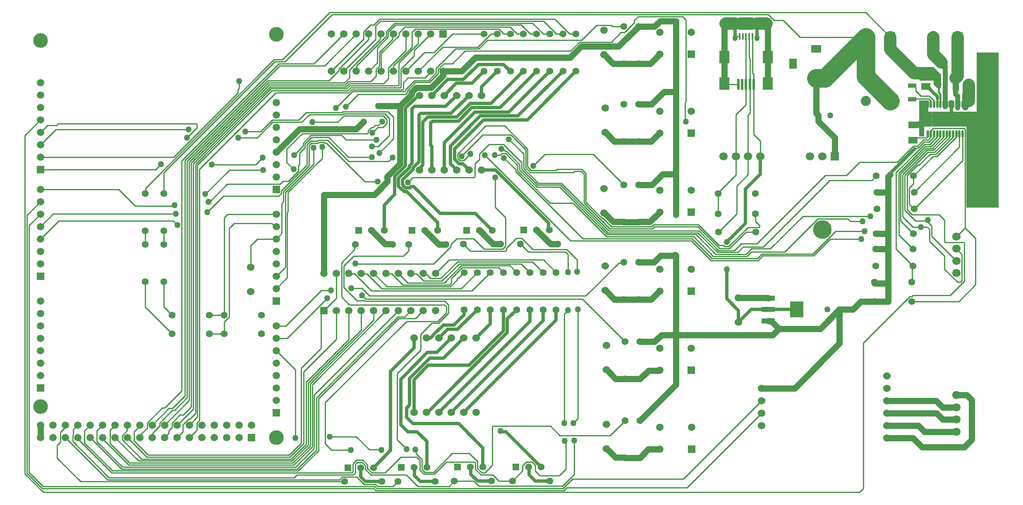
<source format=gtl>
G04*
G04 #@! TF.GenerationSoftware,Altium Limited,Altium Designer,19.0.10 (269)*
G04*
G04 Layer_Physical_Order=1*
G04 Layer_Color=255*
%FSLAX25Y25*%
%MOIN*%
G70*
G01*
G75*
%ADD11C,0.01000*%
%ADD47R,0.07480X0.05315*%
%ADD48R,0.06693X0.03740*%
%ADD49O,0.01772X0.06299*%
%ADD50R,0.20709X0.12008*%
%ADD51R,0.10630X0.03937*%
%ADD52R,0.10630X0.12992*%
%ADD53R,0.01968X0.08858*%
%ADD54R,0.07874X0.09843*%
%ADD55R,0.01575X0.05315*%
%ADD56R,0.07087X0.07480*%
%ADD57C,0.05000*%
%ADD58C,0.02500*%
%ADD59C,0.10000*%
%ADD60C,0.01500*%
%ADD61C,0.04000*%
%ADD62C,0.15000*%
%ADD63R,0.06201X0.07480*%
%ADD64R,0.06201X0.07480*%
%ADD65R,0.05906X0.05906*%
%ADD66C,0.05906*%
%ADD67R,0.05906X0.05906*%
%ADD68C,0.05512*%
%ADD69C,0.06000*%
%ADD70C,0.15000*%
%ADD71C,0.06693*%
%ADD72R,0.06693X0.06693*%
%ADD73C,0.04921*%
%ADD74R,0.05512X0.05512*%
%ADD75R,0.08071X0.08071*%
%ADD76C,0.08071*%
%ADD77O,0.04134X0.04921*%
%ADD78O,0.04724X0.07480*%
%ADD79R,0.05906X0.08268*%
%ADD80R,0.08268X0.05906*%
%ADD81C,0.11811*%
%ADD82C,0.05000*%
%ADD83C,0.01968*%
G36*
X894000Y332500D02*
X868182D01*
Y395439D01*
X868182Y395439D01*
X868097Y395869D01*
X868000Y396013D01*
Y398000D01*
X861534D01*
X861267Y398500D01*
X861530Y398895D01*
X861585Y399169D01*
X859661D01*
Y400169D01*
X861585D01*
X861530Y400444D01*
X861092Y401100D01*
X860436Y401538D01*
X860228Y401580D01*
Y402090D01*
X860436Y402131D01*
X861092Y402569D01*
X861530Y403226D01*
X861585Y403500D01*
X859661D01*
Y404500D01*
X861585D01*
X861530Y404774D01*
X861092Y405431D01*
X860436Y405869D01*
X860228Y405910D01*
Y406420D01*
X860436Y406462D01*
X861092Y406900D01*
X861530Y407556D01*
X861585Y407831D01*
X859661D01*
Y408831D01*
X861585D01*
X861530Y409105D01*
X861267Y409500D01*
X861534Y410000D01*
X876500D01*
Y457500D01*
X894000D01*
Y332500D01*
D02*
G37*
G36*
X837500Y418919D02*
Y410000D01*
X840466D01*
X840734Y409500D01*
X840469Y409105D01*
X840415Y408831D01*
X842339D01*
Y407831D01*
X840415D01*
X840469Y407556D01*
X840908Y406900D01*
X841564Y406462D01*
X841772Y406420D01*
Y405910D01*
X841564Y405869D01*
X840908Y405431D01*
X840469Y404774D01*
X840415Y404500D01*
X842339D01*
Y403500D01*
X840415D01*
X840469Y403226D01*
X840908Y402569D01*
X841564Y402131D01*
X841772Y402090D01*
Y401580D01*
X841564Y401538D01*
X840908Y401100D01*
X840469Y400444D01*
X840415Y400169D01*
X842339D01*
Y399169D01*
X840415D01*
X840469Y398895D01*
X840734Y398500D01*
X840466Y398000D01*
X834000D01*
Y389980D01*
X830000D01*
Y419000D01*
X837419D01*
X837500Y418919D01*
D02*
G37*
G36*
X847792Y439788D02*
Y428950D01*
X844713D01*
X841688Y431975D01*
Y434777D01*
X830292D01*
Y445950D01*
X841631D01*
X847792Y439788D01*
D02*
G37*
D11*
X162000Y147237D02*
Y147334D01*
X543113Y106262D02*
X550851Y114000D01*
X543776Y104662D02*
X546026Y106911D01*
X392180Y104662D02*
X543776D01*
X124438Y103062D02*
X781976D01*
X451208Y108000D02*
X455306Y112098D01*
X426000Y108000D02*
X451208D01*
X416826Y117174D02*
X426000Y108000D01*
X781976Y103062D02*
X785000Y106086D01*
X109500Y118000D02*
X124438Y103062D01*
X390674Y106168D02*
X392180Y104662D01*
X381484Y106168D02*
X390674D01*
X381389Y106262D02*
X381484Y106168D01*
X392843Y106262D02*
X543113D01*
X391337Y107768D02*
X392843Y106262D01*
X382146Y107768D02*
X391337D01*
X382052Y107862D02*
X382146Y107768D01*
X392000Y109368D02*
X393506Y107862D01*
X405989D01*
X410028Y111901D01*
X382809Y109368D02*
X392000D01*
X376603Y115574D02*
X382809Y109368D01*
X365191Y115574D02*
X376603D01*
X388361Y117174D02*
X416826D01*
X383870Y121665D02*
X388361Y117174D01*
X381396Y127072D02*
X383870Y124597D01*
Y121665D02*
Y124597D01*
X399573Y118773D02*
X412300Y131500D01*
X389024Y118773D02*
X399573D01*
X385470Y122327D02*
X389024Y118773D01*
X385470Y122327D02*
Y125260D01*
X376586Y129086D02*
X381644D01*
X376924Y127072D02*
X381396D01*
X381644Y129086D02*
X385470Y125260D01*
X375614Y125761D02*
X376924Y127072D01*
X375614Y118898D02*
Y125761D01*
X373889Y117174D02*
X375614Y118898D01*
X424656Y134107D02*
X429394Y129368D01*
X424656Y134107D02*
Y136735D01*
X423890Y137500D02*
X424656Y136735D01*
X396600Y137500D02*
X396800Y137300D01*
X387000Y137500D02*
X396600D01*
X109500Y390834D02*
X122000Y403334D01*
X550851Y114000D02*
X640000D01*
X124164Y107862D02*
X382052D01*
X123501Y106262D02*
X381389D01*
X328699Y117174D02*
X373889D01*
X373634Y126134D02*
X376586Y129086D01*
X373634Y119789D02*
Y126134D01*
X373226Y119381D02*
X373634Y119789D01*
X373226Y118773D02*
Y119381D01*
X546026Y106911D02*
X642911D01*
X111100Y118663D02*
X123501Y106262D01*
X111100Y118663D02*
Y326434D01*
X109500Y118000D02*
Y390834D01*
X111100Y326434D02*
X122000Y337334D01*
X542831Y108242D02*
X552000Y117411D01*
X474934Y108242D02*
X542831D01*
X471078Y112098D02*
X474934Y108242D01*
X545500Y122000D02*
Y143500D01*
X540000Y116500D02*
X545500Y122000D01*
X524500Y116500D02*
X540000D01*
X520733Y120267D02*
X524500Y116500D01*
X520733Y120267D02*
Y125000D01*
X518327Y127406D02*
X520733Y125000D01*
X513491Y127406D02*
X518327D01*
X510500Y124414D02*
X513491Y127406D01*
X510500Y120461D02*
Y124414D01*
X502306Y112267D02*
X510500Y120461D01*
X112700Y119325D02*
X124164Y107862D01*
X375787Y287500D02*
X375801D01*
X376000Y287301D01*
X438674D01*
X374500Y293500D02*
X414300D01*
X418787Y297987D01*
X366447Y285447D02*
X374500Y293500D01*
X418787Y297987D02*
Y302866D01*
X364553Y288077D02*
X375191Y298715D01*
X364553Y260447D02*
Y288077D01*
X375191Y298715D02*
Y302376D01*
X375787Y302971D01*
X366447Y268153D02*
Y285447D01*
X320834Y276167D02*
Y328500D01*
X312000Y267334D02*
X320834Y276167D01*
X319234Y284567D02*
Y329163D01*
X366447Y268153D02*
X377000Y257600D01*
X438674Y287301D02*
X452643Y301269D01*
Y302743D01*
X457400Y307500D01*
X471139D01*
X479460Y299179D01*
X494384D01*
X496643Y301437D01*
Y324606D01*
X488500Y332749D02*
X496643Y324606D01*
X488500Y332749D02*
Y357000D01*
X497500Y300032D02*
X505468Y308000D01*
X509548D01*
X497500Y298086D02*
Y300032D01*
X480000Y375000D02*
X549056Y305944D01*
X646293D01*
X483509Y383600D02*
X494991D01*
X540888Y350729D02*
X579273Y312344D01*
X478509Y391100D02*
X500991D01*
X541551Y352329D02*
X579936Y313944D01*
X540226Y349129D02*
X578611Y310744D01*
X558933Y307544D02*
X646956D01*
X519000Y366145D02*
X528347Y375491D01*
X558163Y363600D02*
X561500Y360263D01*
X538364Y363600D02*
X558163D01*
X537308Y362545D02*
X538364Y363600D01*
X517509Y362545D02*
X537308D01*
X514499Y365555D02*
X517509Y362545D01*
X514499Y365555D02*
Y379855D01*
X495946Y398408D02*
X514499Y379855D01*
X480817Y398408D02*
X495946D01*
X551370Y360945D02*
X552425Y362000D01*
X516846Y360945D02*
X551370D01*
X512899Y364892D02*
X516846Y360945D01*
X512899Y364892D02*
Y379192D01*
X500991Y391100D02*
X512899Y379192D01*
X523199Y352329D02*
X541551D01*
X511299Y364229D02*
X523199Y352329D01*
X511299Y364229D02*
Y375701D01*
X499500Y387500D02*
X511299Y375701D01*
X522536Y350729D02*
X540888D01*
X509699Y363566D02*
X522536Y350729D01*
X509699Y363566D02*
Y368892D01*
X494991Y383600D02*
X509699Y368892D01*
X521873Y349129D02*
X540226D01*
X508099Y362904D02*
X521873Y349129D01*
X508099Y362904D02*
Y367255D01*
X497654Y377700D02*
X508099Y367255D01*
X496857Y377700D02*
X497654D01*
X494557Y380000D02*
X496857Y377700D01*
X493500Y380000D02*
X494557D01*
X532648Y336092D02*
X551000D01*
X506499Y362241D02*
X532648Y336092D01*
X506499Y362241D02*
Y366592D01*
X496991Y376100D02*
X506499Y366592D01*
X493587Y376100D02*
X496991D01*
X492487Y375000D02*
X493587Y376100D01*
X488000Y375000D02*
X492487D01*
X504899Y361578D02*
X558933Y307544D01*
X504899Y361578D02*
Y363101D01*
X495500Y372500D02*
X504899Y363101D01*
X561500Y336906D02*
Y360263D01*
X457900Y375491D02*
X480817Y398408D01*
X468321Y374000D02*
Y375089D01*
Y375821D01*
X467681Y375089D02*
X468321D01*
X551000Y336092D02*
X577948Y309144D01*
X472031Y367759D02*
X475773Y371500D01*
Y375864D02*
X483509Y383600D01*
X472031Y357586D02*
Y367759D01*
X475773Y371500D02*
Y375864D01*
X461500Y374091D02*
X478509Y391100D01*
X552425Y362000D02*
X557500D01*
X528347Y375491D02*
X567509D01*
X592000Y351000D01*
X368228Y387334D02*
X392689D01*
X364861Y390700D02*
X368228Y387334D01*
X389500Y393000D02*
X393637Y397137D01*
X385900Y394491D02*
X388743Y397334D01*
X385900Y392886D02*
Y394491D01*
X385314Y392300D02*
X385900Y392886D01*
X388743Y397334D02*
X390116D01*
X332886Y392300D02*
X385314D01*
X389169Y382000D02*
X394091D01*
X468321Y375821D02*
X468500Y376000D01*
X390116Y397334D02*
X391519Y398737D01*
X394091Y382000D02*
X403000Y390909D01*
X391519Y398737D02*
X394165D01*
X393637Y397137D02*
X397656D01*
X394165Y398737D02*
X397427Y402000D01*
X457900Y372509D02*
Y375491D01*
X312000Y307334D02*
X316400Y311734D01*
Y336000D01*
X317653Y337253D01*
X312000Y277334D02*
X319234Y284567D01*
X256500Y329000D02*
X269213Y341713D01*
X317653Y337253D02*
Y345464D01*
X316053Y346127D02*
X336774Y366848D01*
X313840Y341713D02*
X316053Y343925D01*
X269213Y341713D02*
X313840D01*
X319253Y329182D02*
Y344801D01*
X319234Y329163D02*
X319253Y329182D01*
X324026Y349574D02*
X342000Y367549D01*
X319253Y344801D02*
X324026Y349574D01*
X316053Y343925D02*
Y346127D01*
X349000Y372286D02*
Y381500D01*
X342000Y367549D02*
Y381000D01*
X317653Y345464D02*
X338374Y366185D01*
Y367287D01*
X338400Y367313D01*
X321500Y344786D02*
X349000Y372286D01*
X321500Y329166D02*
Y344786D01*
X329600Y361937D02*
Y366100D01*
X321663Y354000D02*
X329600Y361937D01*
X320500Y368928D02*
X326000Y363428D01*
X336774Y366848D02*
Y383128D01*
X317500Y354000D02*
X321663D01*
X338400Y367313D02*
Y382491D01*
X336774Y383128D02*
X339846Y386200D01*
X333574Y382074D02*
Y384453D01*
X339821Y390700D02*
X364861D01*
X335174Y380900D02*
Y383790D01*
X340483Y389100D02*
X354400D01*
X353300Y386700D02*
X370266Y369734D01*
X335174Y383790D02*
X340483Y389100D01*
X338400Y382491D02*
X340509Y384600D01*
X345913D01*
X346413Y385100D01*
X350491D01*
X351091Y384500D01*
X352500D01*
X333574Y384453D02*
X339821Y390700D01*
X345750Y386700D02*
X353300D01*
X345250Y386200D02*
X345750Y386700D01*
X339846Y386200D02*
X345250D01*
X352500Y384500D02*
X383500Y353500D01*
X393637D01*
X320834Y328500D02*
X321500Y329166D01*
X417966Y353000D02*
X421966Y357000D01*
X471446D01*
X472031Y357586D01*
X122000Y307334D02*
X136666Y322000D01*
X228711D01*
X232211Y318500D01*
X122000Y317334D02*
X132166Y327500D01*
X231000D01*
X235811Y184920D02*
Y370150D01*
X314189Y448528D01*
X222147Y171256D02*
X235811Y184920D01*
X330785Y367285D02*
Y376512D01*
X329600Y366100D02*
X330785Y367285D01*
X370266Y369734D02*
X402521D01*
X341000Y401500D02*
X361500D01*
X366600Y406600D01*
X354400Y389100D02*
X370166Y373334D01*
X402521Y369734D02*
X405787Y373000D01*
X460009Y370400D02*
X462991D01*
X467681Y375089D01*
X461500Y374000D02*
Y374091D01*
X457900Y372509D02*
X460009Y370400D01*
X559900Y336243D02*
Y359600D01*
X557500Y362000D02*
X559900Y359600D01*
X561500Y336906D02*
X574587Y323818D01*
X559900Y336243D02*
X580599Y315544D01*
X258332Y337208D02*
X272511Y351386D01*
X257500Y337208D02*
X258332D01*
X314886Y351386D02*
X317500Y354000D01*
X272511Y351386D02*
X314886D01*
X330785Y376512D02*
X335174Y380900D01*
X326500Y375000D02*
X333574Y382074D01*
X320500Y379914D02*
X332886Y392300D01*
X370166Y373334D02*
X389169D01*
X368000Y414000D02*
X378000Y424000D01*
X416172D01*
X417552Y425381D01*
X399214Y408200D02*
X403000Y404414D01*
X402114Y409800D02*
X406500Y405414D01*
X246900Y367663D02*
X307637Y428400D01*
X248500Y367000D02*
X308300Y426800D01*
X250100Y363428D02*
X311872Y425200D01*
X370150D02*
X372593Y427643D01*
X311872Y425200D02*
X370150D01*
X369487Y426800D02*
X371930Y429243D01*
X308300Y426800D02*
X369487D01*
X366836Y433200D02*
X371000Y437364D01*
X410261Y430843D02*
X410847Y431429D01*
X371268Y430843D02*
X410261D01*
X368824Y428400D02*
X371268Y430843D01*
X307637Y428400D02*
X368824D01*
X411861Y429243D02*
X412447Y429829D01*
X371930Y429243D02*
X411861D01*
X413766Y427643D02*
X414352Y428229D01*
X372593Y427643D02*
X413766D01*
X365275Y409800D02*
X402114D01*
X364662Y409188D02*
X365275Y409800D01*
X335888Y409188D02*
X364662D01*
X365937Y408200D02*
X399214D01*
X365325Y407588D02*
X365937Y408200D01*
X338588Y407588D02*
X365325D01*
X414352Y428229D02*
Y433352D01*
X412447Y429829D02*
Y444179D01*
X410847Y431429D02*
Y434447D01*
X371000Y437364D02*
Y443531D01*
X329981Y403281D02*
X335888Y409188D01*
X332450Y401450D02*
X338588Y407588D01*
X360000Y412788D02*
X373256Y426043D01*
X415952D01*
X305649Y433200D02*
X366836D01*
X388043Y434043D02*
X392447Y438447D01*
X369942Y434043D02*
X388043D01*
X367499Y431600D02*
X369942Y434043D01*
X306312Y431600D02*
X367499D01*
X398396Y432443D02*
X402447Y436494D01*
X370605Y432443D02*
X398396D01*
X368161Y430000D02*
X370605Y432443D01*
X306975Y430000D02*
X368161D01*
X366600Y406600D02*
X398000D01*
X401027Y403573D01*
X309050Y401450D02*
X332450D01*
X296600Y389000D02*
X309050Y401450D01*
X281500Y389000D02*
X296600D01*
X229425Y373334D02*
X281000Y424909D01*
X206610Y348256D02*
X310082Y451728D01*
X221500Y360883D02*
X310744Y450128D01*
X238500Y370576D02*
X314851Y446928D01*
X240200Y370014D02*
X304986Y434800D01*
X241800Y369351D02*
X305649Y433200D01*
X243400Y368688D02*
X306312Y431600D01*
X245000Y368025D02*
X306975Y430000D01*
X287000Y393979D02*
X299316D01*
X260000Y367334D02*
X295334D01*
X274231Y363000D02*
X301500D01*
X254731Y343500D02*
X274231Y363000D01*
X250100Y161165D02*
Y363428D01*
X310082Y451728D02*
X317000D01*
X241800Y177134D02*
Y369351D01*
X238500Y181000D02*
Y370576D01*
X248500Y163834D02*
Y367000D01*
X243400Y171900D02*
Y368688D01*
X221500Y344000D02*
Y360883D01*
X240200Y179500D02*
Y370014D01*
X245000Y170334D02*
Y368025D01*
X357200Y488200D02*
X708391D01*
X299316Y393979D02*
X308618Y403281D01*
X206500Y344000D02*
X206610Y344110D01*
X246900Y167000D02*
Y367663D01*
X314189Y448528D02*
X342528D01*
X355072Y489800D02*
X787043D01*
X314851Y446928D02*
X350928D01*
X304986Y434800D02*
X354532D01*
X295334Y367334D02*
X301000Y373000D01*
X122000Y373334D02*
X229425D01*
X308618Y403281D02*
X329981D01*
X317000Y451728D02*
X355072Y489800D01*
X319128Y450128D02*
X357200Y488200D01*
X310744Y450128D02*
X319128D01*
X206610Y344110D02*
Y348256D01*
X198500Y334000D02*
X230000D01*
X401027Y400509D02*
Y403573D01*
X397656Y397137D02*
X401027Y400509D01*
X403000Y390909D02*
Y404414D01*
X320500Y368928D02*
Y379914D01*
X230000Y334000D02*
Y334500D01*
X185166Y347334D02*
X198500Y334000D01*
X122000Y347334D02*
X185166D01*
X214834Y363334D02*
X219000Y367500D01*
X122000Y363334D02*
X214834D01*
X281000Y424909D02*
Y427600D01*
X282000Y428600D01*
Y434500D01*
X122000Y393334D02*
X127648Y398981D01*
X135000D01*
X136104Y400086D01*
X247414D01*
X248000Y399500D01*
Y396951D02*
Y399500D01*
X240049Y389000D02*
X248000Y396951D01*
X240000Y389000D02*
X240049D01*
X406500Y388100D02*
Y405414D01*
X394900Y376500D02*
X406500Y388100D01*
X122000Y383334D02*
X134208Y395542D01*
X241500D01*
X836200Y321800D02*
X840000Y318000D01*
X580599Y315544D02*
X614998D01*
X616598Y317144D01*
X579936Y313944D02*
X652556D01*
X579273Y312344D02*
X651656D01*
X578611Y310744D02*
X650256D01*
X577948Y309144D02*
X648256D01*
X652556Y313944D02*
X668491Y298009D01*
X651656Y312344D02*
X667591Y296409D01*
X650256Y310744D02*
X666191Y294809D01*
X648256Y309144D02*
X664191Y293209D01*
X646956Y307544D02*
X662891Y291609D01*
X646293Y305944D02*
X662229Y290009D01*
X616598Y317144D02*
X651693D01*
X669229Y299609D01*
X677154D01*
X690361Y312815D01*
X736237Y325500D02*
X790615D01*
X686667Y303500D02*
X699351D01*
X681176Y298009D02*
X686667Y303500D01*
X668491Y298009D02*
X681176D01*
X688341Y301000D02*
X704500D01*
X683750Y296409D02*
X688341Y301000D01*
X667591Y296409D02*
X683750D01*
X710137Y299400D02*
X736237Y325500D01*
X695075Y299400D02*
X710137D01*
X690484Y294809D02*
X695075Y299400D01*
X666191Y294809D02*
X690484D01*
X694838Y296900D02*
X721793D01*
X691147Y293209D02*
X694838Y296900D01*
X664191Y293209D02*
X691147D01*
X703537Y295300D02*
X744517D01*
X699846Y291609D02*
X703537Y295300D01*
X662891Y291609D02*
X699846D01*
X690361Y312815D02*
X698347D01*
X700509Y290009D02*
X704200Y293700D01*
X662229Y290009D02*
X700509D01*
X574587Y323818D02*
X575444D01*
X582119Y317144D01*
X614335D01*
X616191Y319000D01*
X652100D01*
X668817Y302283D01*
X672434D01*
X673509Y301209D01*
X676491D01*
X691954Y316671D01*
X700829D01*
X701414Y317257D01*
Y318086D01*
X697887Y321613D02*
X701414Y318086D01*
X697887Y321613D02*
Y327484D01*
X745180Y293700D02*
X758516Y307036D01*
X783500D01*
X762717Y313500D02*
X786134D01*
X744517Y295300D02*
X762717Y313500D01*
X774563Y321437D02*
X784500D01*
X772455Y323545D02*
X774563Y321437D01*
X748438Y323545D02*
X772455D01*
X415952Y427681D02*
X423272Y435000D01*
X417552Y425381D02*
Y427018D01*
X415952Y426043D02*
Y427681D01*
X417552Y427018D02*
X423934Y433400D01*
X704200Y293700D02*
X745180D01*
X721793Y296900D02*
X748438Y323545D01*
X704500Y301000D02*
X758000Y354500D01*
X791952D01*
X795500Y358048D01*
X699351Y303500D02*
X754351Y358500D01*
X771500D01*
X782081Y369081D01*
X812257D01*
X825000Y317000D02*
X831500D01*
X836500D01*
X836300Y321800D02*
X837000Y322500D01*
X836200Y321800D02*
X836300D01*
X827200D02*
X836200D01*
X818400Y330600D02*
X827200Y321800D01*
X840000Y309587D02*
Y318000D01*
X850500Y305086D02*
Y322500D01*
X846000Y327000D02*
X850500Y322500D01*
X824500Y327000D02*
X846000D01*
X836500Y317000D02*
X838400Y315100D01*
X816800Y325200D02*
X825000Y317000D01*
X820500Y331000D02*
X824500Y327000D01*
X826756Y375933D02*
X834332Y383509D01*
X826617Y375933D02*
X826756D01*
X811500Y360815D02*
X826617Y375933D01*
X811500Y299048D02*
Y360815D01*
X827419Y374332D02*
X834995Y381909D01*
X827280Y374332D02*
X827419D01*
X813600Y360652D02*
X827280Y374332D01*
X813600Y310448D02*
Y360652D01*
X828081Y372732D02*
X835658Y380309D01*
X827943Y372732D02*
X828081D01*
X815200Y359990D02*
X827943Y372732D01*
X815200Y321800D02*
Y359990D01*
X828744Y371132D02*
X836320Y378709D01*
X828606Y371132D02*
X828744D01*
X816800Y359327D02*
X828606Y371132D01*
X816800Y325200D02*
Y359327D01*
X829407Y369532D02*
X836983Y377109D01*
X829268Y369532D02*
X829407D01*
X818400Y358664D02*
X829268Y369532D01*
X818400Y330600D02*
Y358664D01*
X828749Y366751D02*
X829854D01*
X820500Y358501D02*
X828749Y366751D01*
X820500Y331000D02*
Y358501D01*
X829015Y380500D02*
X834015Y385500D01*
X836320Y378709D02*
X841509D01*
X836983Y377109D02*
X842468D01*
X834332Y383509D02*
X838632D01*
X835658Y380309D02*
X840550D01*
X834015Y385500D02*
X838064D01*
X834995Y381909D02*
X839591D01*
X827000Y380500D02*
X829015D01*
X496914Y297500D02*
X497500Y298086D01*
X468321Y297500D02*
X496914D01*
X641500Y402500D02*
X642000Y402000D01*
X641500Y402500D02*
Y417334D01*
X642000Y417834D01*
Y484000D01*
X639400Y486600D02*
X642000Y484000D01*
X787043Y489800D02*
X806843Y470000D01*
X708391Y488200D02*
X713091Y483500D01*
X603686Y486600D02*
X639400D01*
X600500Y483414D02*
X603686Y486600D01*
X600500Y481588D02*
Y483414D01*
X592618Y473706D02*
X600500Y481588D01*
X589738Y473706D02*
X592618D01*
X582031Y466000D02*
X589738Y473706D01*
X556220Y466000D02*
X582031D01*
X549045Y458825D02*
X556220Y466000D01*
X464127Y458825D02*
X549045D01*
X453961Y448659D02*
X464127Y458825D01*
X446928Y448659D02*
X453961D01*
X456431Y460426D02*
X475141D01*
X442447Y444179D02*
X446928Y448659D01*
X442447Y440453D02*
Y444179D01*
X440847Y444841D02*
X456431Y460426D01*
X440847Y441116D02*
Y444841D01*
X414352Y433352D02*
X418148Y437148D01*
X423272Y435000D02*
X434731D01*
X435394Y433400D02*
X442447Y440453D01*
X423934Y433400D02*
X435394D01*
X434731Y435000D02*
X440847Y441116D01*
X296834Y307334D02*
X312000D01*
X291500Y302000D02*
X296834Y307334D01*
X291500Y284500D02*
Y302000D01*
X475141Y460426D02*
X482316Y467600D01*
X558100D01*
X570030Y479530D01*
X582046D01*
X583035Y478541D01*
X592000D01*
X561500Y261500D02*
X587873Y287873D01*
X591462D01*
X592129Y288541D01*
X387000Y261500D02*
X561500D01*
X381000Y267500D02*
X387000Y261500D01*
X372402Y267500D02*
X381000D01*
X383470Y257267D02*
X447810D01*
X383137Y257600D02*
X383470Y257267D01*
X377000Y257600D02*
X383137D01*
X370643Y254357D02*
X447357D01*
X449000Y252714D01*
X447810Y257267D02*
X450763Y254314D01*
X364553Y260447D02*
X370643Y254357D01*
X348500Y266000D02*
X356157D01*
X319834Y237334D02*
X348500Y266000D01*
X312000Y237334D02*
X319834D01*
X312000Y227334D02*
X320834D01*
X353000Y259500D01*
X360500D02*
Y279500D01*
X350500Y249500D02*
X360500Y259500D01*
X348047Y247047D02*
X350500Y249500D01*
X558633Y258867D02*
X561000Y256500D01*
X384133Y258867D02*
X558633D01*
X381000Y262000D02*
X384133Y258867D01*
X449000Y248000D02*
Y252714D01*
X450763Y247500D02*
Y254314D01*
X442000Y241000D02*
X449000Y248000D01*
X561000Y256500D02*
X561041D01*
X593000Y224541D01*
X552000Y117411D02*
Y145000D01*
X551500Y159000D02*
X555000Y162500D01*
Y250500D01*
X554500Y280912D02*
Y290500D01*
X544914Y297000D02*
X547000Y294914D01*
Y280500D02*
Y294914D01*
X544000Y246900D02*
X547100Y250000D01*
X544000Y159000D02*
Y246900D01*
X540500Y149000D02*
X581000D01*
X593000Y161000D01*
X533000Y156500D02*
X540500Y149000D01*
X544500Y144500D02*
X545500Y143500D01*
X546000Y299000D02*
X554500Y290500D01*
X515004Y297000D02*
X544914D01*
X486586Y156500D02*
X533000D01*
X486000Y155914D02*
X486586Y156500D01*
X486000Y124731D02*
Y155914D01*
X480000Y118731D02*
X486000Y124731D01*
X477725Y118731D02*
X480000D01*
X474100Y122356D02*
X477725Y118731D01*
X477062Y117131D02*
X486361D01*
X472500Y121693D02*
Y127500D01*
X474100Y122356D02*
Y128163D01*
X470931Y131331D02*
X474100Y128163D01*
X470669Y131331D02*
X470931D01*
X467500Y134500D02*
X470669Y131331D01*
X472500Y121693D02*
X477062Y117131D01*
X449000Y127500D02*
X472500D01*
X439227Y117727D02*
X449000Y127500D01*
X453737Y134500D02*
X467500D01*
X438564Y119327D02*
X453737Y134500D01*
X455306Y112098D02*
X471078D01*
X430991Y117727D02*
X439227D01*
X427795Y120923D02*
Y128706D01*
X431653Y119327D02*
X438564D01*
X429394Y121586D02*
X431653Y119327D01*
X427795Y120923D02*
X430991Y117727D01*
X429394Y121586D02*
Y129368D01*
X425000Y131500D02*
X427795Y128706D01*
X376500Y148000D02*
X387000Y137500D01*
X355000Y148000D02*
X376500D01*
X351400Y175372D02*
X417028Y241000D01*
X351400Y142147D02*
Y175372D01*
Y142147D02*
X356310Y137237D01*
X372000D01*
X344300Y179033D02*
X409917Y244650D01*
X345900Y178370D02*
X410580Y243050D01*
X345900Y136637D02*
Y178370D01*
X344300Y137300D02*
Y179033D01*
X329636Y120373D02*
X345900Y136637D01*
X328974Y121974D02*
X344300Y137300D01*
X327500Y147000D02*
Y201834D01*
X312000Y217334D02*
X327500Y201834D01*
X348047Y219297D02*
Y247047D01*
X332000Y203250D02*
X348047Y219297D01*
X412300Y131500D02*
X425000D01*
X179464Y118773D02*
X373226D01*
X152000Y146237D02*
X179464Y118773D01*
X152000Y146237D02*
Y147334D01*
X180127Y120373D02*
X329636D01*
X187264Y121974D02*
X328974D01*
X187926Y123574D02*
X327573D01*
X193064Y125173D02*
X326173D01*
X193727Y126774D02*
X325511D01*
X200960Y128374D02*
X324848D01*
X203526Y129973D02*
X324185D01*
X207760Y131573D02*
X323074D01*
X208826Y133174D02*
X322411D01*
X157500Y143000D02*
X180127Y120373D01*
X162000Y147237D02*
X187264Y121974D01*
X167500Y144000D02*
X187926Y123574D01*
X172000Y146237D02*
X193064Y125173D01*
X177947Y142553D02*
X193727Y126774D01*
X182000Y147334D02*
X200960Y128374D01*
X187914Y145586D02*
X203526Y129973D01*
X192000Y147334D02*
X207760Y131573D01*
X197500Y144500D02*
X208826Y133174D01*
X322411D02*
X332000Y142763D01*
X323074Y131573D02*
X334000Y142500D01*
X324185Y129973D02*
X336000Y141788D01*
X324848Y128374D02*
X337700Y141226D01*
X325511Y126774D02*
X339300Y140563D01*
X326173Y125173D02*
X340900Y139900D01*
X327573Y123574D02*
X342500Y138500D01*
X326443Y114918D02*
X328699Y117174D01*
X177082Y114918D02*
X326443D01*
X362935Y113318D02*
X365191Y115574D01*
X176016Y113318D02*
X362935D01*
X154282Y111718D02*
X367028D01*
X147947Y144053D02*
X177082Y114918D01*
X142000Y147334D02*
X176016Y113318D01*
X135500Y130500D02*
X154282Y111718D01*
X167500Y144000D02*
Y152834D01*
X147947Y144053D02*
Y149012D01*
X148500Y149565D01*
Y153834D01*
X152000Y157334D01*
X157500Y143000D02*
Y152834D01*
X162000Y157334D01*
X135500Y130500D02*
Y141000D01*
X137947Y143447D01*
Y151386D01*
X141061Y154501D01*
Y156395D01*
X142000Y157334D01*
X486361Y117131D02*
X491225Y112267D01*
X502306D01*
X442663Y239400D02*
X450763Y247500D01*
X437339Y239400D02*
X442663D01*
X428500Y230561D02*
X437339Y239400D01*
X428500Y218000D02*
Y230561D01*
X409500Y199000D02*
X428500Y218000D01*
X409500Y145500D02*
Y199000D01*
Y145500D02*
X417000Y138000D01*
X417028Y241000D02*
X442000D01*
X410580Y243050D02*
X424050D01*
X409917Y244650D02*
X415650D01*
X420500Y249500D01*
X424050Y243050D02*
X430500Y249500D01*
X469755Y265500D02*
X484500Y280245D01*
X388769Y265500D02*
X469755D01*
X462787Y303034D02*
X468321Y297500D01*
X509548Y308000D02*
X518548Y299000D01*
X546000D01*
X508787Y303218D02*
X515004Y297000D01*
X167500Y152834D02*
X172000Y157334D01*
Y146237D02*
Y147334D01*
X177947Y142553D02*
Y153281D01*
X182000Y157334D01*
X187914Y145586D02*
Y148979D01*
X191816Y152881D01*
Y157150D01*
X192000Y157334D01*
X197500Y151964D02*
X202000Y156464D01*
Y157334D01*
X197500Y144500D02*
Y151964D01*
X334000Y142500D02*
Y200086D01*
X336000Y141788D02*
Y191788D01*
X339300Y140563D02*
Y190563D01*
X340900Y139900D02*
Y189900D01*
X337700Y141226D02*
Y191226D01*
X332000Y142763D02*
Y203250D01*
X236630Y157695D02*
X241282Y162348D01*
X236630Y151964D02*
Y157695D01*
X241282Y162348D02*
X242248D01*
X232000Y147334D02*
X236630Y151964D01*
X242248Y162348D02*
X246900Y167000D01*
X342500Y181500D02*
X410500Y249500D01*
X342500Y138500D02*
Y181500D01*
X334000Y200086D02*
X360500Y226586D01*
Y249500D01*
X336000Y191788D02*
X370500Y226288D01*
Y249500D01*
X337700Y191226D02*
X380500Y234026D01*
Y249500D01*
X339300Y190563D02*
X390500Y241763D01*
Y249500D01*
X340900Y189900D02*
X400500Y249500D01*
X212500Y147834D02*
Y151000D01*
X217947Y156447D01*
X212000Y147334D02*
X212500Y147834D01*
X207947Y154947D02*
Y159012D01*
X220191Y171256D01*
X202000Y147334D02*
Y148661D01*
X203500Y150500D02*
X207947Y154947D01*
X202000Y148661D02*
X203500Y150161D01*
Y150500D01*
X825527Y382350D02*
X828603D01*
X833352Y387100D01*
X812257Y369081D02*
X825527Y382350D01*
X833352Y387100D02*
X837105D01*
X838911Y388906D01*
Y388946D01*
X839484Y389520D01*
Y391992D01*
X826500Y380000D02*
X827000Y380500D01*
X838612Y375509D02*
X843427D01*
X829854Y366751D02*
X838612Y375509D01*
X827157Y388858D02*
X835846D01*
X836925Y389937D01*
Y391992D01*
X825000Y386701D02*
X827157Y388858D01*
X112700Y119325D02*
Y318034D01*
X122000Y327334D01*
X640000Y114000D02*
X703000Y177000D01*
X642911Y106911D02*
X703000Y167000D01*
X785000Y106086D02*
Y223453D01*
X822403Y260856D01*
X824000D01*
X825144Y262000D01*
X855177D01*
X866500Y273323D01*
Y303914D01*
X865914Y304500D02*
X866500Y303914D01*
X851086Y304500D02*
X865914D01*
X850500Y305086D02*
X851086Y304500D01*
X813600Y310448D02*
X825000Y299048D01*
X815200Y321800D02*
X825500Y311500D01*
X843427Y375509D02*
X856824Y388906D01*
Y388946D01*
X857398Y389520D01*
Y391992D01*
X825500Y351793D02*
Y358048D01*
X865000Y392067D02*
X865075Y391992D01*
X822144Y348437D02*
X825500Y351793D01*
X841360Y373909D02*
X844386D01*
X825500Y358048D02*
X841360Y373909D01*
X859809Y389331D02*
Y391845D01*
X859957Y391992D01*
X844386Y373909D02*
X859809Y389331D01*
X278000Y320000D02*
X308369D01*
X311035Y317334D01*
X312000D01*
X274000Y316000D02*
X278000Y320000D01*
X274000Y244547D02*
Y316000D01*
X270000Y240547D02*
X274000Y244547D01*
X270000Y231000D02*
Y240547D01*
Y324500D02*
X272834Y327334D01*
X312000D01*
X270000Y246000D02*
Y324500D01*
X258000Y231000D02*
X270000D01*
X258000Y246000D02*
X270000D01*
X206500Y252500D02*
X228000Y231000D01*
X206500Y252500D02*
Y273000D01*
X221500Y252500D02*
X228000Y246000D01*
X221500Y252500D02*
Y273000D01*
Y303000D02*
Y314000D01*
X206500Y303000D02*
Y314000D01*
X713091Y483500D02*
X720500D01*
X734000Y470000D01*
X787157D01*
X431773Y437148D02*
X436500Y441876D01*
Y442500D01*
X418148Y437148D02*
X431773D01*
X824500Y285048D02*
X825000Y285548D01*
X824500Y273048D02*
Y285048D01*
X824000Y272548D02*
X824500Y273048D01*
X838632Y383509D02*
X844029Y388906D01*
X839591Y381909D02*
X846588Y388906D01*
X840550Y380309D02*
X849147Y388906D01*
X841509Y378709D02*
X851706Y388906D01*
X842468Y377109D02*
X854265Y388906D01*
X811500Y299048D02*
X825000Y285548D01*
X374953Y279316D02*
X388769Y265500D01*
X370684Y279316D02*
X374953D01*
X370500Y279500D02*
X370684Y279316D01*
X460759Y267100D02*
X473904Y280245D01*
X397168Y267100D02*
X460759D01*
X384953Y279316D02*
X397168Y267100D01*
X380684Y279316D02*
X384953D01*
X380500Y279500D02*
X380684Y279316D01*
X458142Y276000D02*
X459064D01*
X457556Y275414D02*
X458142Y276000D01*
X459064D02*
X463309Y280245D01*
X457556Y274293D02*
Y275414D01*
X451963Y268700D02*
X457556Y274293D01*
X401300Y268700D02*
X451963D01*
X390500Y279500D02*
X401300Y268700D01*
X440500Y279500D02*
X451501Y290501D01*
X527221D02*
X537477Y280245D01*
X444447Y275447D02*
X457901Y288901D01*
X518226D02*
X526882Y280245D01*
X445500Y273500D02*
X459301Y287301D01*
X509230D02*
X516286Y280245D01*
X453000Y275389D02*
X461711Y284101D01*
X491239D01*
X495095Y280245D01*
X447248Y271900D02*
X461049Y285701D01*
X500235D01*
X505691Y280245D01*
X459301Y287301D02*
X509230D01*
X457901Y288901D02*
X518226D01*
X451501Y290501D02*
X527221D01*
X453000Y272000D02*
Y275389D01*
X418100Y271900D02*
X447248D01*
X451300Y270300D02*
X453000Y272000D01*
X413969Y270300D02*
X451300D01*
X404953Y279316D02*
X413969Y270300D01*
X400684Y279316D02*
X404953D01*
X400500Y279500D02*
X400684Y279316D01*
X410500Y279500D02*
X418100Y271900D01*
X430768Y273500D02*
X445500D01*
X424953Y279316D02*
X430768Y273500D01*
X420684Y279316D02*
X424953D01*
X420500Y279500D02*
X420684Y279316D01*
X436447Y275447D02*
X444447D01*
X433333Y278561D02*
X436447Y275447D01*
X431439Y278561D02*
X433333D01*
X430500Y279500D02*
X431439Y278561D01*
X474479Y462025D02*
X484953Y472500D01*
X446026Y462025D02*
X474479D01*
X426500Y442500D02*
X446026Y462025D01*
X217947Y156447D02*
Y159012D01*
X228356Y170856D02*
X238500Y181000D01*
X225522Y170856D02*
X228356D01*
X212000Y157334D02*
X225522Y170856D01*
X220191Y171256D02*
X222147D01*
X217947Y159012D02*
X228191Y169256D01*
X342528Y448528D02*
X366500Y472500D01*
X350928Y446928D02*
X376500Y472500D01*
X222000Y157334D02*
X241800Y177134D01*
X225500Y153000D02*
X227947Y155447D01*
X225500Y150834D02*
Y153000D01*
X222000Y147334D02*
X225500Y150834D01*
X227947Y155447D02*
Y159012D01*
X234391Y165456D01*
X228191Y169256D02*
X229956D01*
X240200Y179500D01*
X354532Y434800D02*
X362447Y442716D01*
Y444179D01*
X386316Y468047D01*
Y472316D01*
X386500Y472500D01*
X234391Y165456D02*
X236956D01*
X243400Y171900D01*
X371000Y443531D02*
X395561Y468093D01*
Y471561D01*
X396500Y472500D01*
X247947Y159012D02*
X250100Y161165D01*
X242000Y157334D02*
X248500Y163834D01*
X232000Y157334D02*
X245000Y170334D01*
X393300Y461306D02*
X402153Y470159D01*
X392447Y438447D02*
Y444179D01*
X394900Y446631D01*
Y457431D01*
X405561Y468093D01*
Y471561D01*
X406500Y472500D01*
X393300Y449300D02*
Y461306D01*
X386500Y442500D02*
X393300Y449300D01*
X376684Y446953D02*
X400553Y470821D01*
X396500Y456769D02*
X410553Y470821D01*
X396500Y442500D02*
Y456769D01*
X402447Y436494D02*
Y445235D01*
X416500Y459288D01*
Y472500D01*
X247947Y153281D02*
Y159012D01*
X242000Y147334D02*
X247947Y153281D01*
X410847Y434447D02*
Y449110D01*
X426500Y464763D01*
Y472500D01*
X406500Y447025D02*
X421500Y462025D01*
X406500Y442500D02*
Y447025D01*
X421500Y462025D02*
Y473858D01*
X423100Y459100D02*
X436500Y472500D01*
X423100Y454832D02*
Y459100D01*
X412447Y444179D02*
X423100Y454832D01*
X390553Y479815D02*
X395290Y484553D01*
X388084Y479815D02*
X390553D01*
X395290Y484553D02*
X536309D01*
X382447Y468447D02*
Y474179D01*
X356500Y442500D02*
X382447Y468447D01*
Y474179D02*
X388084Y479815D01*
X408021Y479753D02*
X509405D01*
X407359Y481353D02*
X518373D01*
X392153Y468153D02*
Y479153D01*
X366500Y442500D02*
X392153Y468153D01*
X400553Y474547D02*
X407359Y481353D01*
X400553Y470821D02*
Y474547D01*
X376684Y442684D02*
Y446953D01*
X376500Y442500D02*
X376684Y442684D01*
X402153Y473884D02*
X408021Y479753D01*
X402153Y470159D02*
Y473884D01*
X392153Y479153D02*
X395953Y482953D01*
X536309Y484553D02*
X548362Y472500D01*
X553477D01*
X484953D02*
X490068D01*
X395953Y482953D02*
X527341D01*
X537794Y472500D01*
X542909D01*
X518373Y481353D02*
X527226Y472500D01*
X532341D01*
X509405Y479753D02*
X516658Y472500D01*
X521773D01*
X410553Y470821D02*
Y473053D01*
X415653Y478153D01*
X500437D01*
X506089Y472500D01*
X511204D01*
X421500Y473858D02*
X424194Y476553D01*
X491468D01*
X495521Y472500D01*
X500636D01*
X416500Y442500D02*
X431538Y457538D01*
X438999D01*
X453961Y472500D01*
X479500D01*
X673008Y432518D02*
X673500Y432026D01*
X684228D01*
X867061Y316333D02*
X875500Y307894D01*
Y270500D02*
Y307894D01*
X862000Y257000D02*
X875500Y270500D01*
X824000Y257000D02*
X862000D01*
X822144Y335356D02*
X826000Y331500D01*
X822144Y335356D02*
Y348437D01*
X838064Y385500D02*
X841470Y388906D01*
Y388946D01*
X842043Y389520D01*
Y391992D01*
X860000Y309272D02*
X867061Y316333D01*
Y395439D01*
X866000Y396500D02*
X867061Y395439D01*
X841479Y396500D02*
X866000D01*
X840057Y395078D02*
X841479Y396500D01*
X840057Y395038D02*
Y395078D01*
X839484Y394465D02*
X840057Y395038D01*
X839484Y391992D02*
Y394465D01*
X844029Y388906D02*
Y388946D01*
X844602Y389520D01*
Y391992D01*
X846588Y388906D02*
Y388946D01*
X847161Y389520D01*
Y391992D01*
X849147Y388906D02*
Y388946D01*
X849720Y389520D01*
Y391992D01*
X863414Y272500D02*
X864447Y273532D01*
Y294983D01*
X860000Y299430D02*
X864447Y294983D01*
X860957Y272500D02*
X863414D01*
X850500Y282957D02*
X860957Y272500D01*
X850500Y282957D02*
Y293500D01*
X838400Y305600D02*
X850500Y293500D01*
X838400Y305600D02*
Y315100D01*
X851706Y388906D02*
Y388946D01*
X852279Y389520D01*
Y391992D01*
X840000Y309587D02*
X860000Y289587D01*
X854265Y388906D02*
Y388946D01*
X854839Y389520D01*
Y391992D01*
X826000Y345000D02*
X862516Y381516D01*
Y391992D01*
X826000Y331500D02*
X865075Y370575D01*
Y391992D01*
X841896Y416155D02*
X842043Y416008D01*
X841896Y416155D02*
Y418669D01*
X838103Y422461D02*
X841896Y418669D01*
X831304Y422461D02*
X838103D01*
X827347Y426419D02*
X831304Y422461D01*
X827347Y426419D02*
Y429642D01*
X825976Y431012D02*
X827347Y429642D01*
X824500Y431012D02*
X825976D01*
X839337Y416155D02*
X839484Y416008D01*
X839337Y416155D02*
Y418669D01*
X837748Y420258D02*
X839337Y418669D01*
X824769Y420258D02*
X837748D01*
X824500Y419988D02*
X824769Y420258D01*
X681768Y470469D02*
X685409D01*
X668347Y312815D02*
X683000Y327469D01*
Y350000D01*
X667887Y327484D02*
X667944Y327540D01*
Y343944D01*
X668000Y344000D01*
Y344548D01*
X682342Y358891D01*
Y374000D01*
X683000Y350000D02*
X692185Y359185D01*
Y374000D01*
X702028D02*
Y386236D01*
X696827Y391437D02*
X702028Y386236D01*
X696827Y391437D02*
Y432026D01*
X692185Y374000D02*
Y407334D01*
X693677Y408826D01*
Y432026D01*
X682342Y374000D02*
Y407465D01*
X690528Y415650D01*
Y432026D01*
X696827D02*
Y440000D01*
X695646Y441181D02*
X696827Y440000D01*
X695646Y441181D02*
Y470469D01*
X693677Y432026D02*
Y452500D01*
X693087Y453090D02*
X693677Y452500D01*
X693087Y453090D02*
Y470469D01*
X690528Y432026D02*
Y470469D01*
X681768Y469189D02*
Y470469D01*
D47*
X825000Y399299D02*
D03*
Y386701D02*
D03*
X835500Y442899D02*
D03*
Y430301D02*
D03*
D48*
X824500Y419988D02*
D03*
Y431012D02*
D03*
D49*
X836925Y391992D02*
D03*
X839484D02*
D03*
X842043D02*
D03*
X844602D02*
D03*
X847161D02*
D03*
X849720D02*
D03*
X852279D02*
D03*
X854839D02*
D03*
X857398D02*
D03*
X859957D02*
D03*
X862516D02*
D03*
X865075D02*
D03*
X836925Y416008D02*
D03*
X839484D02*
D03*
X842043D02*
D03*
X844602D02*
D03*
X847161D02*
D03*
X849720D02*
D03*
X852279D02*
D03*
X854839D02*
D03*
X857398D02*
D03*
X859957D02*
D03*
X862516D02*
D03*
X865075D02*
D03*
D50*
X851000Y404000D02*
D03*
D51*
X708272Y259428D02*
D03*
Y250373D02*
D03*
Y241318D02*
D03*
D52*
X731500Y250373D02*
D03*
D53*
X696827Y432026D02*
D03*
X693677D02*
D03*
X690528D02*
D03*
X687378D02*
D03*
X684228D02*
D03*
D54*
X708047Y432518D02*
D03*
X673008D02*
D03*
X708047Y453974D02*
D03*
X673008D02*
D03*
D55*
X687968Y470469D02*
D03*
X690528D02*
D03*
X685409D02*
D03*
X693087D02*
D03*
X695646D02*
D03*
D56*
X695055Y481000D02*
D03*
X686000D02*
D03*
D57*
X122000Y147334D02*
Y157334D01*
X350500Y279500D02*
Y343000D01*
X391057D01*
X478553Y311228D02*
Y311398D01*
X475773Y314178D02*
X478553Y311398D01*
Y311228D02*
X486649Y303132D01*
X475773Y314178D02*
Y314317D01*
X401454Y357560D02*
X411852Y367958D01*
Y414589D01*
X401454Y353398D02*
Y357560D01*
X391057Y343000D02*
X401454Y353398D01*
X330566Y395900D02*
X376400D01*
X382500Y402000D01*
X312000Y377334D02*
X330566Y395900D01*
X394165Y414589D02*
X411852D01*
X421152Y423889D01*
Y425527D01*
X424725Y429100D01*
X794000Y271500D02*
X805000D01*
X621863Y294000D02*
X633500D01*
X634000Y327000D02*
Y359500D01*
X796000Y345000D02*
X805000D01*
Y357500D02*
X806788Y359288D01*
X805000Y345000D02*
Y357500D01*
X711873Y230000D02*
X716873Y235000D01*
X634000Y230000D02*
X711873D01*
X399649Y303069D02*
X405689D01*
X391553Y311165D02*
X399649Y303069D01*
X391553Y311165D02*
Y311335D01*
X388773Y314115D02*
X391553Y311335D01*
X388773Y314115D02*
Y314254D01*
X486649Y303132D02*
X492689D01*
X634000Y359500D02*
Y426000D01*
Y483000D01*
X621299D02*
X634000D01*
X616840Y478541D02*
X621299Y483000D01*
X587859Y462400D02*
X604000Y478541D01*
X557711Y462400D02*
X587859D01*
X548811Y453500D02*
X557711Y462400D01*
X436600Y429100D02*
X446500Y439000D01*
X424725Y429100D02*
X436600D01*
X446500Y439000D02*
Y442500D01*
X461404D01*
X521773Y314500D02*
X532957Y303315D01*
X538689D01*
X583377Y321098D02*
X591902D01*
X576271Y328204D02*
X583377Y321098D01*
X576000Y328204D02*
X576271D01*
X592000Y321000D02*
X604000D01*
X591902Y321098D02*
X592000Y321000D01*
X867000Y418012D02*
Y424000D01*
Y413500D02*
Y418012D01*
X708047Y453974D02*
Y481000D01*
X706965D02*
X708047D01*
Y432518D02*
Y453974D01*
X604000Y478541D02*
X616840D01*
X538689Y303315D02*
X538787Y303218D01*
X492689Y303132D02*
X492787Y303034D01*
X448689Y302964D02*
X448787Y302866D01*
X442957Y302964D02*
X448689D01*
X431773Y314149D02*
X442957Y302964D01*
X405689Y303069D02*
X405787Y302971D01*
X472404Y453500D02*
X548811D01*
X461404Y442500D02*
X472404Y453500D01*
X621032Y137713D02*
X621205Y137887D01*
X611852Y137713D02*
X621032D01*
X605138Y131000D02*
X611852Y137713D01*
X605000Y131000D02*
X605138D01*
X593000D02*
X605000D01*
X592902Y131098D02*
X593000Y131000D01*
X585377Y131098D02*
X592902D01*
X578271Y138204D02*
X585377Y131098D01*
X578000Y138204D02*
X578271D01*
X620766Y201364D02*
X620940Y201538D01*
X611962Y201364D02*
X620766D01*
X605138Y194541D02*
X611962Y201364D01*
X605000Y194541D02*
X605138D01*
X593000D02*
X605000D01*
X592902Y194639D02*
X593000Y194541D01*
X585377Y194639D02*
X592902D01*
X578271Y201745D02*
X585377Y194639D01*
X578000Y201745D02*
X578271D01*
X620695Y265189D02*
X620940D01*
X614145Y258639D02*
X620695Y265189D01*
X604227Y258639D02*
X614145D01*
X604129Y258541D02*
X604227Y258639D01*
X592129Y258541D02*
X604129D01*
X592031Y258639D02*
X592129Y258541D01*
X584506Y258639D02*
X592031D01*
X577400Y265745D02*
X584506Y258639D01*
X577129Y265745D02*
X577400D01*
X624264Y426000D02*
X634000D01*
X614236Y415973D02*
X624264Y426000D01*
X604098Y415973D02*
X614236D01*
X604000Y415875D02*
X604098Y415973D01*
X623319Y359500D02*
X634000D01*
X614819Y351000D02*
X623319Y359500D01*
X604000Y351000D02*
X614819D01*
X634000Y230000D02*
Y294000D01*
X616404Y288541D02*
X621863Y294000D01*
X604129Y288541D02*
X616404D01*
X634000Y190000D02*
Y230000D01*
X622299D02*
X634000D01*
X616840Y224541D02*
X622299Y230000D01*
X605000Y224541D02*
X616840D01*
X605000Y161000D02*
X634000Y190000D01*
X673008Y453974D02*
Y481000D01*
Y432518D02*
Y453974D01*
X604098Y321098D02*
X613198D01*
X604000Y321000D02*
X604098Y321098D01*
X613198D02*
X620940Y328840D01*
X620695Y392491D02*
X620940D01*
X614177Y385973D02*
X620695Y392491D01*
X604098Y385973D02*
X614177D01*
X604000Y385875D02*
X604098Y385973D01*
X592000Y385875D02*
X604000D01*
X591902Y385973D02*
X592000Y385875D01*
X584376Y385973D02*
X591902D01*
X577271Y393079D02*
X584376Y385973D01*
X577000Y393079D02*
X577271D01*
X604098Y448639D02*
X613437D01*
X604000Y448541D02*
X604098Y448639D01*
X613437D02*
X620940Y456142D01*
X592000Y448541D02*
X604000D01*
X591902Y448639D02*
X592000Y448541D01*
X583377Y448639D02*
X591902D01*
X576271Y455745D02*
X583377Y448639D01*
X576000Y455745D02*
X576271D01*
X860028Y181500D02*
X868500D01*
X860000Y181528D02*
X860028Y181500D01*
X868500D02*
X872500Y177500D01*
Y145500D02*
Y177500D01*
X866500Y139500D02*
X872500Y145500D01*
X832500Y139500D02*
X866500D01*
X825000Y147000D02*
X832500Y139500D01*
X804000Y147000D02*
X825000D01*
X834406Y152000D02*
X860000D01*
X829406Y157000D02*
X834406Y152000D01*
X804000Y157000D02*
X829406D01*
X843996Y167000D02*
X849154Y161843D01*
X804000Y167000D02*
X843996D01*
X849154Y161843D02*
X860000D01*
X843839Y177000D02*
X849154Y171685D01*
X804000Y177000D02*
X843839D01*
X849154Y171685D02*
X860000D01*
X703000Y187000D02*
X729666D01*
X765842Y223176D01*
Y250500D01*
X716873Y235000D02*
X750343D01*
X710555Y241318D02*
X716873Y235000D01*
X708272Y241318D02*
X710555D01*
X750343Y235000D02*
X765842Y250500D01*
X783102Y257000D02*
X794000D01*
X776602Y250500D02*
X783102Y257000D01*
X765842Y250500D02*
X776602D01*
X762000Y374000D02*
Y388937D01*
X748658Y402280D02*
X762000Y388937D01*
X748658Y402280D02*
Y406900D01*
X747000Y408558D02*
X748658Y406900D01*
X747000Y408558D02*
Y436848D01*
X805000Y257000D02*
Y271500D01*
X794000D02*
Y272548D01*
Y257000D02*
X805000D01*
X830457Y399457D02*
X832500Y401500D01*
X825158Y399457D02*
X830457D01*
X825000Y399299D02*
X825158Y399457D01*
X805000Y311500D02*
Y345000D01*
Y299048D02*
Y311500D01*
Y271500D02*
Y299048D01*
X795000D02*
X805000D01*
X795500Y311500D02*
X805000D01*
X859500Y428000D02*
Y437000D01*
X707891Y259809D02*
X708272Y259428D01*
X684691Y259809D02*
X707891D01*
X684500Y260000D02*
X684691Y259809D01*
X673008Y481000D02*
X674090D01*
D58*
X422594Y349405D02*
X443999Y328000D01*
X420523Y349405D02*
X422594D01*
X419768Y348650D02*
X420523Y349405D01*
X416164Y348650D02*
X419768D01*
X413616Y351198D02*
X416164Y348650D01*
X413616Y351198D02*
Y354802D01*
X422402Y363588D01*
X417113Y345550D02*
X442009Y320655D01*
X414880Y345550D02*
X417113D01*
X410516Y349914D02*
X414880Y345550D01*
X410516Y349914D02*
Y356086D01*
X419302Y364872D01*
X407416Y357370D02*
X416202Y366156D01*
X407416Y343064D02*
Y357370D01*
X416202Y366156D02*
Y412788D01*
X422402Y363588D02*
Y365009D01*
X399009Y334657D02*
X407416Y343064D01*
X419302Y364872D02*
Y366293D01*
X442009Y314149D02*
Y320655D01*
X443999Y328000D02*
X472326D01*
X531433Y315076D02*
X532009Y314500D01*
X531433Y315076D02*
Y320219D01*
X488652Y363000D02*
X531433Y320219D01*
X477252Y363000D02*
X488652D01*
X455550Y379850D02*
X479032Y403332D01*
X452450Y382350D02*
X476532Y406431D01*
X447252Y384752D02*
X472031Y409531D01*
X437964Y402300D02*
X458684D01*
X469492Y413108D01*
X434000Y405400D02*
X457400D01*
X468500Y416500D01*
X455550Y371535D02*
Y379850D01*
X452450Y367802D02*
Y382350D01*
X447252Y363000D02*
Y384752D01*
X514309Y403332D02*
X553477Y442500D01*
X479032Y403332D02*
X514309D01*
X506840Y406431D02*
X542909Y442500D01*
X476532Y406431D02*
X506840D01*
X499372Y409531D02*
X532341Y442500D01*
X472031Y409531D02*
X499372D01*
X452450Y367802D02*
X457252Y363000D01*
X455550Y371535D02*
X459235Y367850D01*
X462402D01*
X467252Y363000D01*
X469492Y413108D02*
X492381D01*
X521773Y442500D01*
X416202Y412788D02*
X426415Y423000D01*
X421333Y368324D02*
Y412070D01*
X419302Y366293D02*
X421333Y368324D01*
Y412070D02*
X423364Y414101D01*
X448353D01*
X427000Y369607D02*
Y407035D01*
X430100Y366795D02*
Y401500D01*
X434000Y405400D01*
X428465Y408500D02*
X452752D01*
X427252Y363000D02*
Y363947D01*
X422402Y365009D02*
X427000Y369607D01*
Y407035D02*
X428465Y408500D01*
X427252Y363947D02*
X430100Y366795D01*
X437252Y363000D02*
Y382015D01*
X436500Y382767D02*
X437252Y382015D01*
X436500Y400836D02*
X437964Y402300D01*
X436500Y382767D02*
Y400836D01*
X426415Y423000D02*
X427252D01*
X452752Y408500D02*
X467252Y423000D01*
X448353Y414101D02*
X457252Y423000D01*
X468500Y416500D02*
X485205D01*
X511204Y442500D01*
X472326Y328000D02*
X486009Y314317D01*
X399009Y314254D02*
Y334657D01*
X675000Y259048D02*
Y282905D01*
X690000Y319809D02*
Y347500D01*
X675000Y304809D02*
X690000Y319809D01*
Y347500D02*
X702028Y359528D01*
X806788Y360288D02*
X826500Y380000D01*
X806788Y359288D02*
Y360288D01*
X450087Y435835D02*
X462835D01*
X437252Y423000D02*
X450087Y435835D01*
X456987Y432735D02*
X469735D01*
X447252Y423000D02*
X456987Y432735D01*
X468869Y117631D02*
Y122804D01*
Y117631D02*
X474402Y112098D01*
X485306D01*
X468292Y123381D02*
X468869Y122804D01*
X380014Y115486D02*
X383782Y111718D01*
X380014Y115486D02*
Y123000D01*
X383782Y111718D02*
X397028D01*
X428099Y111901D02*
X440028D01*
X423500Y116500D02*
X428099Y111901D01*
X423500Y116500D02*
Y122697D01*
X412300Y157665D02*
X417965Y152000D01*
X412300Y157665D02*
Y194331D01*
X433726Y215757D01*
X441257D01*
X453000Y227500D01*
X417000Y163500D02*
X422000Y158500D01*
X417000Y163500D02*
Y171000D01*
X419500Y173500D01*
X699287Y469189D02*
Y481000D01*
X695055D02*
X699287D01*
X492702Y152500D02*
X493180Y152022D01*
X497056D01*
X525528Y123550D01*
X478528Y123381D02*
Y138971D01*
X459000Y158500D02*
X478528Y138971D01*
X422000Y158500D02*
X459000D01*
X477252Y423000D02*
X477318Y423066D01*
Y429750D01*
X490068Y442500D01*
X469735Y432735D02*
X479500Y442500D01*
X462835Y435835D02*
X475000Y448000D01*
X495136D01*
X500636Y442500D01*
X463309Y246286D02*
Y250245D01*
X455023Y238000D02*
X463309Y246286D01*
X446641Y238000D02*
X455023D01*
X438150Y229509D02*
X446641Y238000D01*
X458159Y234500D02*
X473904Y250245D01*
X450000Y234500D02*
X458159D01*
X443000Y227500D02*
X450000Y234500D01*
X438150Y229150D02*
Y229509D01*
X436500Y227500D02*
X438150Y229150D01*
X433000Y227500D02*
X436500D01*
X446557Y211057D02*
X463000Y227500D01*
X435673Y211057D02*
X446557D01*
X423014Y123183D02*
X423500Y122697D01*
X515869Y117131D02*
Y122973D01*
X515292Y123550D02*
X515869Y122973D01*
Y117131D02*
X520733Y112267D01*
X532306D01*
X484500Y239000D02*
Y250245D01*
X473000Y227500D02*
X484500Y239000D01*
X390250Y123000D02*
X404000Y136750D01*
Y200500D01*
X423000Y219500D01*
Y227500D01*
X433250Y123183D02*
Y144250D01*
X425500Y152000D02*
X433250Y144250D01*
X417965Y152000D02*
X425500D01*
X419500Y173500D02*
Y194884D01*
X435673Y211057D01*
X467500Y205500D02*
X495095Y233095D01*
X433884Y167500D02*
X498195Y231811D01*
X433000Y167500D02*
X433884D01*
X434500Y205500D02*
X467500D01*
X495095Y233095D02*
Y250245D01*
X498195Y231811D02*
Y242749D01*
X463000Y167500D02*
X537477Y241977D01*
Y250245D01*
X453000Y167500D02*
X526882Y241382D01*
Y250245D01*
X443000Y167500D02*
X516286Y240786D01*
Y250245D01*
X498195Y242749D02*
X505691Y250245D01*
X423000Y167500D02*
Y194000D01*
X434500Y205500D01*
X841526Y425308D02*
Y425358D01*
X836583Y430301D02*
X841526Y425358D01*
Y425308D02*
X844602Y422231D01*
X835500Y430301D02*
X836583D01*
X844602Y420500D02*
Y422231D01*
X856000Y409000D02*
Y418000D01*
X681768Y470469D02*
Y481000D01*
X855331Y408331D02*
X856000Y409000D01*
X708272Y250373D02*
X731500D01*
X702028Y359528D02*
Y374000D01*
X675000Y259048D02*
X684500Y249548D01*
Y240315D02*
Y249548D01*
X694558Y250373D02*
X708272D01*
X684500Y240315D02*
X694558Y250373D01*
X681768Y481000D02*
X686000D01*
D59*
X699287D02*
X706965D01*
X806843Y460157D02*
X826000Y441000D01*
X835000D01*
X806843Y460157D02*
Y470000D01*
X841315Y456185D02*
X848000Y449500D01*
X841315Y456185D02*
Y470000D01*
X870000Y425000D02*
Y431500D01*
Y418512D02*
Y425000D01*
X859500Y437000D02*
X861000Y438500D01*
Y470000D01*
X674090Y481000D02*
X681768D01*
X686000D02*
X695055D01*
D60*
X845799Y425419D02*
Y432000D01*
Y425419D02*
X847202Y424016D01*
Y416049D02*
Y424016D01*
X847161Y416008D02*
X847202Y416049D01*
X844602Y416008D02*
Y420500D01*
D61*
X851000Y414000D02*
Y446500D01*
X848000Y449500D02*
X851000Y446500D01*
X859500Y423957D02*
Y428000D01*
Y423957D02*
X861000Y422457D01*
Y413000D02*
Y422457D01*
D62*
X787157Y438197D02*
Y470000D01*
Y438197D02*
X806843Y418512D01*
X748181Y436848D02*
X754006D01*
X747000D02*
X748181D01*
X754006D02*
X787157Y470000D01*
D63*
X677191Y481000D02*
D03*
D64*
X703864Y481000D02*
D03*
D65*
X312000Y347334D02*
D03*
X122000Y187334D02*
D03*
Y277334D02*
D03*
Y363334D02*
D03*
X312000Y167334D02*
D03*
Y257334D02*
D03*
X446500Y472500D02*
D03*
X350500Y249500D02*
D03*
D66*
X312000Y357334D02*
D03*
Y367334D02*
D03*
Y377334D02*
D03*
Y387334D02*
D03*
Y397334D02*
D03*
Y407334D02*
D03*
Y417334D02*
D03*
X122000Y197334D02*
D03*
Y207334D02*
D03*
Y217334D02*
D03*
Y227334D02*
D03*
Y237334D02*
D03*
Y247334D02*
D03*
Y257334D02*
D03*
Y347334D02*
D03*
Y337334D02*
D03*
Y327334D02*
D03*
Y317334D02*
D03*
Y307334D02*
D03*
Y297334D02*
D03*
Y287334D02*
D03*
Y433334D02*
D03*
Y423334D02*
D03*
Y413334D02*
D03*
Y403334D02*
D03*
Y393334D02*
D03*
Y383334D02*
D03*
Y373334D02*
D03*
X312000Y237334D02*
D03*
Y227334D02*
D03*
Y217334D02*
D03*
Y207334D02*
D03*
Y197334D02*
D03*
Y187334D02*
D03*
Y177334D02*
D03*
Y327334D02*
D03*
Y317334D02*
D03*
Y307334D02*
D03*
Y297334D02*
D03*
Y287334D02*
D03*
Y277334D02*
D03*
Y267334D02*
D03*
X292000Y157334D02*
D03*
X282000Y147334D02*
D03*
Y157334D02*
D03*
X272000Y147334D02*
D03*
Y157334D02*
D03*
X262000Y147334D02*
D03*
Y157334D02*
D03*
X252000Y147334D02*
D03*
Y157334D02*
D03*
X242000Y147334D02*
D03*
Y157334D02*
D03*
X232000Y147334D02*
D03*
Y157334D02*
D03*
X222000Y147334D02*
D03*
Y157334D02*
D03*
X212000Y147334D02*
D03*
Y157334D02*
D03*
X202000Y147334D02*
D03*
Y157334D02*
D03*
X192000Y147334D02*
D03*
Y157334D02*
D03*
X182000Y147334D02*
D03*
Y157334D02*
D03*
X172000Y147334D02*
D03*
Y157334D02*
D03*
X162000Y147334D02*
D03*
Y157334D02*
D03*
X152000Y147334D02*
D03*
Y157334D02*
D03*
X142000Y147334D02*
D03*
Y157334D02*
D03*
X132000Y147334D02*
D03*
Y157334D02*
D03*
X122000Y147334D02*
D03*
Y157334D02*
D03*
X621205Y137887D02*
D03*
Y155603D02*
D03*
X646795D02*
D03*
X620940Y201538D02*
D03*
Y219254D02*
D03*
X646530D02*
D03*
X620940Y265189D02*
D03*
Y282905D02*
D03*
X646530D02*
D03*
X620940Y328840D02*
D03*
Y346556D02*
D03*
X646530D02*
D03*
X620940Y392491D02*
D03*
Y410207D02*
D03*
X646530D02*
D03*
X620940Y456142D02*
D03*
Y473858D02*
D03*
X646530D02*
D03*
X436500Y472500D02*
D03*
X426500D02*
D03*
X416500D02*
D03*
X406500D02*
D03*
X396500D02*
D03*
X386500D02*
D03*
X376500D02*
D03*
X366500D02*
D03*
X356500D02*
D03*
X446500Y442500D02*
D03*
X436500D02*
D03*
X426500D02*
D03*
X416500D02*
D03*
X406500D02*
D03*
X396500D02*
D03*
X386500D02*
D03*
X376500D02*
D03*
X366500D02*
D03*
X356500D02*
D03*
X360500Y249500D02*
D03*
X370500D02*
D03*
X380500D02*
D03*
X390500D02*
D03*
X400500D02*
D03*
X410500D02*
D03*
X420500D02*
D03*
X430500D02*
D03*
X440500D02*
D03*
X350500Y279500D02*
D03*
X360500D02*
D03*
X370500D02*
D03*
X380500D02*
D03*
X390500D02*
D03*
X400500D02*
D03*
X410500D02*
D03*
X420500D02*
D03*
X430500D02*
D03*
X440500D02*
D03*
D67*
X292000Y147334D02*
D03*
X646795Y137887D02*
D03*
X646530Y201538D02*
D03*
Y265189D02*
D03*
Y328840D02*
D03*
Y392491D02*
D03*
Y456142D02*
D03*
D68*
X367028Y111718D02*
D03*
X397028D02*
D03*
X795000Y285548D02*
D03*
X825000D02*
D03*
X794000Y272548D02*
D03*
X824000D02*
D03*
X484500Y280245D02*
D03*
Y250245D02*
D03*
X490068Y472500D02*
D03*
Y442500D02*
D03*
X698347Y312815D02*
D03*
X668347D02*
D03*
X698000Y344000D02*
D03*
X668000D02*
D03*
X667887Y327484D02*
D03*
X697887D02*
D03*
X206500Y314000D02*
D03*
Y344000D02*
D03*
Y273000D02*
D03*
Y303000D02*
D03*
X258000Y231000D02*
D03*
X228000D02*
D03*
X300000D02*
D03*
X270000D02*
D03*
X300000Y246000D02*
D03*
X270000D02*
D03*
X258000D02*
D03*
X228000D02*
D03*
X221500Y273000D02*
D03*
Y303000D02*
D03*
Y314000D02*
D03*
Y344000D02*
D03*
X825500Y358048D02*
D03*
X795500D02*
D03*
X796000Y331500D02*
D03*
X826000D02*
D03*
X399009Y314254D02*
D03*
X388773D02*
D03*
X442009Y314149D02*
D03*
X431773D02*
D03*
X486009Y314317D02*
D03*
X475773D02*
D03*
X532009Y314500D02*
D03*
X521773D02*
D03*
X390250Y123000D02*
D03*
X380014D02*
D03*
X433250Y123183D02*
D03*
X423014D02*
D03*
X478528Y123381D02*
D03*
X468292D02*
D03*
X525528Y123550D02*
D03*
X515292D02*
D03*
X795000Y299048D02*
D03*
X825000D02*
D03*
X592000Y478541D02*
D03*
Y448541D02*
D03*
X604000D02*
D03*
Y478541D02*
D03*
X592000Y415875D02*
D03*
Y385875D02*
D03*
X604000D02*
D03*
Y415875D02*
D03*
X592000Y351000D02*
D03*
Y321000D02*
D03*
X604000D02*
D03*
Y351000D02*
D03*
X592129Y288541D02*
D03*
Y258541D02*
D03*
X604129D02*
D03*
Y288541D02*
D03*
X593000Y161000D02*
D03*
Y131000D02*
D03*
X605000D02*
D03*
Y161000D02*
D03*
X826000Y345000D02*
D03*
X796000D02*
D03*
X605000Y194541D02*
D03*
Y224541D02*
D03*
X593000D02*
D03*
Y194541D02*
D03*
X795500Y311500D02*
D03*
X825500D02*
D03*
X794000Y257000D02*
D03*
X824000D02*
D03*
X448787Y302866D02*
D03*
X418787D02*
D03*
X405787Y302971D02*
D03*
X375787D02*
D03*
X532306Y112267D02*
D03*
X502306D02*
D03*
X440028Y111901D02*
D03*
X410028D02*
D03*
X538787Y303218D02*
D03*
X508787D02*
D03*
X473904Y280245D02*
D03*
Y250245D02*
D03*
X463309Y280245D02*
D03*
Y250245D02*
D03*
X485306Y112098D02*
D03*
X455306D02*
D03*
X495095Y280245D02*
D03*
Y250245D02*
D03*
X505691Y280245D02*
D03*
Y250245D02*
D03*
X516286Y280245D02*
D03*
Y250245D02*
D03*
X526882Y280245D02*
D03*
Y250245D02*
D03*
X537477Y280245D02*
D03*
Y250245D02*
D03*
X479500Y472500D02*
D03*
Y442500D02*
D03*
X500636Y472500D02*
D03*
Y442500D02*
D03*
X492787Y303034D02*
D03*
X462787D02*
D03*
X511204Y472500D02*
D03*
Y442500D02*
D03*
X521773Y472500D02*
D03*
Y442500D02*
D03*
X532341Y472500D02*
D03*
Y442500D02*
D03*
X542909Y472500D02*
D03*
Y442500D02*
D03*
X553477Y472500D02*
D03*
Y442500D02*
D03*
D69*
X291500Y284500D02*
D03*
Y264815D02*
D03*
X684500Y240315D02*
D03*
Y260000D02*
D03*
X577129Y265745D02*
D03*
Y285430D02*
D03*
X576000Y328204D02*
D03*
Y347889D02*
D03*
X577000Y393079D02*
D03*
Y412764D02*
D03*
X576000Y455745D02*
D03*
Y475430D02*
D03*
X578000Y138204D02*
D03*
Y157889D02*
D03*
Y201745D02*
D03*
Y221430D02*
D03*
X457252Y423000D02*
D03*
X447252D02*
D03*
X437252D02*
D03*
X427252D02*
D03*
X467252D02*
D03*
X477252D02*
D03*
X427252Y363000D02*
D03*
X437252D02*
D03*
X477252D02*
D03*
X467252D02*
D03*
X457252D02*
D03*
X447252D02*
D03*
X453000Y227500D02*
D03*
X443000D02*
D03*
X433000D02*
D03*
X423000D02*
D03*
X463000D02*
D03*
X473000D02*
D03*
X423000Y167500D02*
D03*
X433000D02*
D03*
X473000D02*
D03*
X463000D02*
D03*
X453000D02*
D03*
X443000D02*
D03*
X703000Y157000D02*
D03*
Y167000D02*
D03*
Y177000D02*
D03*
Y187000D02*
D03*
X804000Y197000D02*
D03*
Y187000D02*
D03*
Y177000D02*
D03*
Y167000D02*
D03*
Y157000D02*
D03*
Y147000D02*
D03*
D70*
X752000Y314945D02*
D03*
D71*
X742000Y374000D02*
D03*
X752000D02*
D03*
X672500D02*
D03*
X682342D02*
D03*
X692185D02*
D03*
X702028D02*
D03*
X860000Y279745D02*
D03*
Y289587D02*
D03*
Y299430D02*
D03*
Y309272D02*
D03*
Y181528D02*
D03*
Y171685D02*
D03*
Y161843D02*
D03*
Y152000D02*
D03*
D72*
X762000Y374000D02*
D03*
D73*
X756000Y250500D02*
D03*
X765842D02*
D03*
X758500Y406900D02*
D03*
X748658D02*
D03*
D74*
X378536Y314254D02*
D03*
X421536Y314149D02*
D03*
X465536Y314317D02*
D03*
X511536Y314500D02*
D03*
X369778Y123000D02*
D03*
X412778Y123183D02*
D03*
X458056Y123381D02*
D03*
X505056Y123550D02*
D03*
D75*
X861000Y470000D02*
D03*
X806843D02*
D03*
Y418512D02*
D03*
D76*
X841315Y470000D02*
D03*
X787157D02*
D03*
Y418512D02*
D03*
D77*
X699287Y469189D02*
D03*
X681768D02*
D03*
D78*
X674090Y481000D02*
D03*
X706965D02*
D03*
D79*
X728496Y448659D02*
D03*
D80*
X747000Y460470D02*
D03*
Y436848D02*
D03*
D81*
X312000Y147334D02*
D03*
X122000Y172334D02*
D03*
Y467334D02*
D03*
X312000Y472334D02*
D03*
D82*
X423890Y137500D02*
D03*
X396800Y137300D02*
D03*
X375787Y287500D02*
D03*
X488500Y357000D02*
D03*
X519000Y366145D02*
D03*
X392689Y387334D02*
D03*
X389500Y393000D02*
D03*
X389169Y382000D02*
D03*
X468500Y376000D02*
D03*
X326000Y363428D02*
D03*
X342000Y381000D02*
D03*
X393637Y353500D02*
D03*
X417966Y353000D02*
D03*
X231000Y327500D02*
D03*
X232211Y318500D02*
D03*
X256500Y329000D02*
D03*
X349000Y381500D02*
D03*
X341000Y401500D02*
D03*
X405787Y373000D02*
D03*
X461500Y374000D02*
D03*
X257500Y337208D02*
D03*
X368000Y414000D02*
D03*
X360000Y412788D02*
D03*
X394165Y414589D02*
D03*
X382500Y402000D02*
D03*
X281500Y389000D02*
D03*
X287000Y393979D02*
D03*
X260000Y367334D02*
D03*
X389169Y373334D02*
D03*
X480000Y375000D02*
D03*
X493500Y380000D02*
D03*
X488000Y375000D02*
D03*
X495500Y372500D02*
D03*
X499500Y387500D02*
D03*
X301500Y363000D02*
D03*
X254731Y343500D02*
D03*
X230000Y334500D02*
D03*
X326500Y375000D02*
D03*
X301000Y373000D02*
D03*
X219000Y367500D02*
D03*
X282000Y434500D02*
D03*
X240000Y389000D02*
D03*
X241500Y395542D02*
D03*
X783500Y307036D02*
D03*
X786134Y313500D02*
D03*
X784500Y321437D02*
D03*
X790615Y325500D02*
D03*
X394900Y376500D02*
D03*
X397427Y402000D02*
D03*
X634000Y327000D02*
D03*
X633500Y294500D02*
D03*
X675000Y282905D02*
D03*
Y304809D02*
D03*
X831500Y317000D02*
D03*
X837000Y322500D02*
D03*
X642000Y402000D02*
D03*
X372402Y267500D02*
D03*
X356157Y266000D02*
D03*
X353000Y259500D02*
D03*
X381000Y262000D02*
D03*
X552000Y145000D02*
D03*
X551500Y159000D02*
D03*
X555000Y250500D02*
D03*
X554500Y280912D02*
D03*
X547000Y280500D02*
D03*
X547100Y250000D02*
D03*
X544000Y159000D02*
D03*
X544500Y144500D02*
D03*
X355000Y148000D02*
D03*
X327500Y147000D02*
D03*
X372000Y137237D02*
D03*
X417000Y138000D02*
D03*
X492702Y152500D02*
D03*
X845799Y432000D02*
D03*
X841000Y437148D02*
D03*
X835000Y441000D02*
D03*
X870000Y425000D02*
D03*
Y431500D02*
D03*
Y418012D02*
D03*
D83*
X842339Y399669D02*
D03*
Y404000D02*
D03*
Y408331D02*
D03*
X846669Y399669D02*
D03*
Y404000D02*
D03*
Y408331D02*
D03*
X851000Y399669D02*
D03*
Y404000D02*
D03*
Y408331D02*
D03*
X855331Y399669D02*
D03*
Y404000D02*
D03*
Y408331D02*
D03*
X859661Y399669D02*
D03*
Y404000D02*
D03*
Y408331D02*
D03*
M02*

</source>
